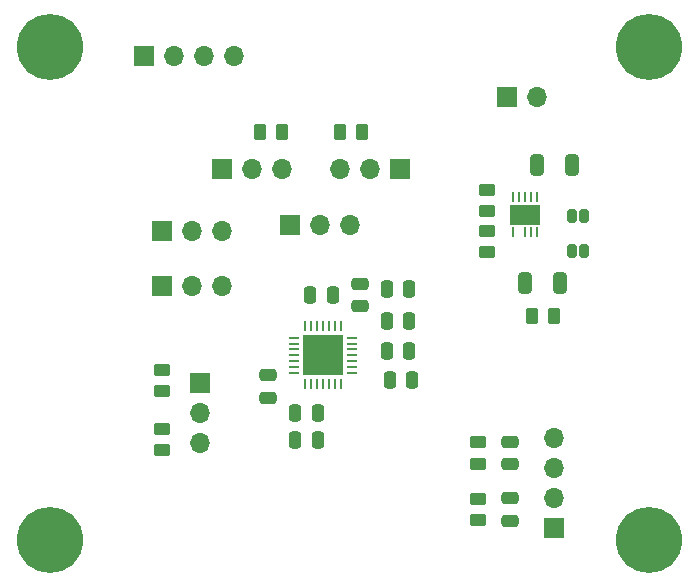
<source format=gbr>
%TF.GenerationSoftware,KiCad,Pcbnew,(6.0.7)*%
%TF.CreationDate,2022-09-01T00:20:10+02:00*%
%TF.ProjectId,ES9033_prototype,45533930-3333-45f7-9072-6f746f747970,rev?*%
%TF.SameCoordinates,Original*%
%TF.FileFunction,Soldermask,Top*%
%TF.FilePolarity,Negative*%
%FSLAX46Y46*%
G04 Gerber Fmt 4.6, Leading zero omitted, Abs format (unit mm)*
G04 Created by KiCad (PCBNEW (6.0.7)) date 2022-09-01 00:20:10*
%MOMM*%
%LPD*%
G01*
G04 APERTURE LIST*
G04 Aperture macros list*
%AMRoundRect*
0 Rectangle with rounded corners*
0 $1 Rounding radius*
0 $2 $3 $4 $5 $6 $7 $8 $9 X,Y pos of 4 corners*
0 Add a 4 corners polygon primitive as box body*
4,1,4,$2,$3,$4,$5,$6,$7,$8,$9,$2,$3,0*
0 Add four circle primitives for the rounded corners*
1,1,$1+$1,$2,$3*
1,1,$1+$1,$4,$5*
1,1,$1+$1,$6,$7*
1,1,$1+$1,$8,$9*
0 Add four rect primitives between the rounded corners*
20,1,$1+$1,$2,$3,$4,$5,0*
20,1,$1+$1,$4,$5,$6,$7,0*
20,1,$1+$1,$6,$7,$8,$9,0*
20,1,$1+$1,$8,$9,$2,$3,0*%
G04 Aperture macros list end*
%ADD10RoundRect,0.250000X-0.262500X-0.450000X0.262500X-0.450000X0.262500X0.450000X-0.262500X0.450000X0*%
%ADD11RoundRect,0.250000X0.450000X-0.262500X0.450000X0.262500X-0.450000X0.262500X-0.450000X-0.262500X0*%
%ADD12R,1.700000X1.700000*%
%ADD13O,1.700000X1.700000*%
%ADD14RoundRect,0.250000X0.262500X0.450000X-0.262500X0.450000X-0.262500X-0.450000X0.262500X-0.450000X0*%
%ADD15RoundRect,0.250000X0.250000X0.475000X-0.250000X0.475000X-0.250000X-0.475000X0.250000X-0.475000X0*%
%ADD16RoundRect,0.062500X-0.062500X0.350000X-0.062500X-0.350000X0.062500X-0.350000X0.062500X0.350000X0*%
%ADD17R,2.500000X1.700000*%
%ADD18RoundRect,0.250000X-0.250000X-0.475000X0.250000X-0.475000X0.250000X0.475000X-0.250000X0.475000X0*%
%ADD19RoundRect,0.250000X-0.325000X-0.650000X0.325000X-0.650000X0.325000X0.650000X-0.325000X0.650000X0*%
%ADD20RoundRect,0.173913X-0.226087X0.401087X-0.226087X-0.401087X0.226087X-0.401087X0.226087X0.401087X0*%
%ADD21C,5.600000*%
%ADD22RoundRect,0.250000X-0.450000X0.262500X-0.450000X-0.262500X0.450000X-0.262500X0.450000X0.262500X0*%
%ADD23RoundRect,0.250000X-0.475000X0.250000X-0.475000X-0.250000X0.475000X-0.250000X0.475000X0.250000X0*%
%ADD24RoundRect,0.250000X0.475000X-0.250000X0.475000X0.250000X-0.475000X0.250000X-0.475000X-0.250000X0*%
%ADD25RoundRect,0.062500X0.062500X-0.337500X0.062500X0.337500X-0.062500X0.337500X-0.062500X-0.337500X0*%
%ADD26RoundRect,0.062500X0.337500X-0.062500X0.337500X0.062500X-0.337500X0.062500X-0.337500X-0.062500X0*%
%ADD27R,3.350000X3.350000*%
G04 APERTURE END LIST*
D10*
%TO.C,R301*%
X78087500Y-66250000D03*
X79912500Y-66250000D03*
%TD*%
D11*
%TO.C,R302*%
X74250000Y-60912500D03*
X74250000Y-59087500D03*
%TD*%
%TO.C,R203*%
X46750000Y-72662500D03*
X46750000Y-70837500D03*
%TD*%
D12*
%TO.C,JP203*%
X50000000Y-71975000D03*
D13*
X50000000Y-74515000D03*
X50000000Y-77055000D03*
%TD*%
D11*
%TO.C,R204*%
X46750000Y-77662500D03*
X46750000Y-75837500D03*
%TD*%
%TO.C,R303*%
X74250000Y-57412500D03*
X74250000Y-55587500D03*
%TD*%
D12*
%TO.C,JP202*%
X46725000Y-63750000D03*
D13*
X49265000Y-63750000D03*
X51805000Y-63750000D03*
%TD*%
D12*
%TO.C,JP206*%
X66920000Y-53870000D03*
D13*
X64380000Y-53870000D03*
X61840000Y-53870000D03*
%TD*%
D14*
%TO.C,R205*%
X56912500Y-50750000D03*
X55087500Y-50750000D03*
%TD*%
D15*
%TO.C,C201*%
X59950000Y-76750000D03*
X58050000Y-76750000D03*
%TD*%
D16*
%TO.C,U301*%
X78500000Y-56237500D03*
X78000000Y-56237500D03*
X77500000Y-56237500D03*
X77000000Y-56237500D03*
X76500000Y-56237500D03*
X76500000Y-59162500D03*
X77500000Y-59162500D03*
X78000000Y-59162500D03*
X78500000Y-59162500D03*
D17*
X77500000Y-57700000D03*
%TD*%
D11*
%TO.C,R202*%
X73500000Y-78825000D03*
X73500000Y-77000000D03*
%TD*%
D18*
%TO.C,C208*%
X65800000Y-66750000D03*
X67700000Y-66750000D03*
%TD*%
%TO.C,C205*%
X65800000Y-69250000D03*
X67700000Y-69250000D03*
%TD*%
D19*
%TO.C,C302*%
X77525000Y-63525000D03*
X80475000Y-63525000D03*
%TD*%
D15*
%TO.C,C204*%
X59950000Y-74500000D03*
X58050000Y-74500000D03*
%TD*%
D20*
%TO.C,C303*%
X82500000Y-57800000D03*
X81500000Y-57800000D03*
X82500000Y-60750000D03*
X81500000Y-60750000D03*
%TD*%
D12*
%TO.C,J103*%
X79975000Y-84212500D03*
D13*
X79975000Y-81672500D03*
X79975000Y-79132500D03*
X79975000Y-76592500D03*
%TD*%
D19*
%TO.C,C301*%
X78525000Y-53525000D03*
X81475000Y-53525000D03*
%TD*%
D12*
%TO.C,JP204*%
X51870000Y-53870000D03*
D13*
X54410000Y-53870000D03*
X56950000Y-53870000D03*
%TD*%
D21*
%TO.C,H101*%
X37250000Y-85250000D03*
%TD*%
D18*
%TO.C,C202*%
X66050000Y-71750000D03*
X67950000Y-71750000D03*
%TD*%
D21*
%TO.C,H103*%
X37250000Y-43500000D03*
%TD*%
D12*
%TO.C,JP205*%
X57620000Y-58620000D03*
D13*
X60160000Y-58620000D03*
X62700000Y-58620000D03*
%TD*%
D21*
%TO.C,H102*%
X88000000Y-43500000D03*
%TD*%
D12*
%TO.C,JP201*%
X46725000Y-59120000D03*
D13*
X49265000Y-59120000D03*
X51805000Y-59120000D03*
%TD*%
D12*
%TO.C,J102*%
X45210000Y-44250000D03*
D13*
X47750000Y-44250000D03*
X50290000Y-44250000D03*
X52830000Y-44250000D03*
%TD*%
D21*
%TO.C,H104*%
X88000000Y-85250000D03*
%TD*%
D22*
%TO.C,R201*%
X73500000Y-81750000D03*
X73500000Y-83575000D03*
%TD*%
D18*
%TO.C,C203*%
X65800000Y-64000000D03*
X67700000Y-64000000D03*
%TD*%
D15*
%TO.C,C211*%
X59300000Y-64500000D03*
X61200000Y-64500000D03*
%TD*%
D23*
%TO.C,C206*%
X55750000Y-71300000D03*
X55750000Y-73200000D03*
%TD*%
D12*
%TO.C,J101*%
X75960000Y-47750000D03*
D13*
X78500000Y-47750000D03*
%TD*%
D24*
%TO.C,C210*%
X76250000Y-78862500D03*
X76250000Y-76962500D03*
%TD*%
D10*
%TO.C,R206*%
X61837500Y-50750000D03*
X63662500Y-50750000D03*
%TD*%
D25*
%TO.C,U201*%
X58880000Y-72070000D03*
X59380000Y-72070000D03*
X59880000Y-72070000D03*
X60380000Y-72070000D03*
X60880000Y-72070000D03*
X61380000Y-72070000D03*
X61880000Y-72070000D03*
D26*
X62830000Y-71120000D03*
X62830000Y-70620000D03*
X62830000Y-70120000D03*
X62830000Y-69620000D03*
X62830000Y-69120000D03*
X62830000Y-68620000D03*
X62830000Y-68120000D03*
D25*
X61880000Y-67170000D03*
X61380000Y-67170000D03*
X60880000Y-67170000D03*
X60380000Y-67170000D03*
X59880000Y-67170000D03*
X59380000Y-67170000D03*
X58880000Y-67170000D03*
D26*
X57930000Y-68120000D03*
X57930000Y-68620000D03*
X57930000Y-69120000D03*
X57930000Y-69620000D03*
X57930000Y-70120000D03*
X57930000Y-70620000D03*
X57930000Y-71120000D03*
D27*
X60380000Y-69620000D03*
%TD*%
D24*
%TO.C,C207*%
X63500000Y-65450000D03*
X63500000Y-63550000D03*
%TD*%
D23*
%TO.C,C209*%
X76250000Y-81712500D03*
X76250000Y-83612500D03*
%TD*%
M02*

</source>
